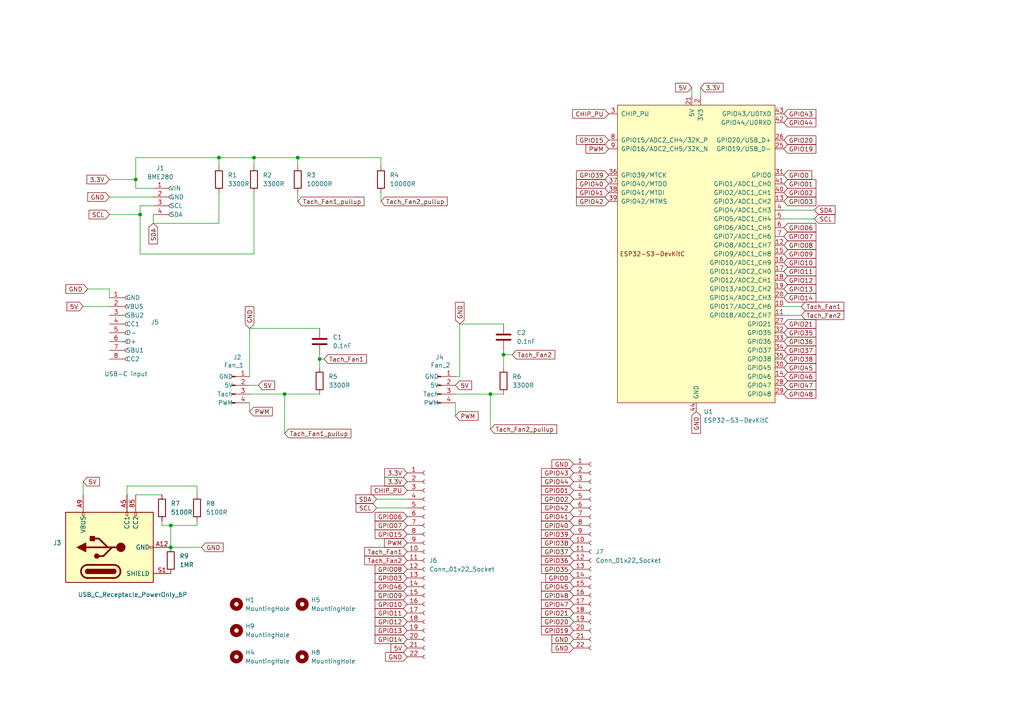
<source format=kicad_sch>
(kicad_sch (version 20250114) (generator "eeschema") (generator_version "9.0")
  (paper "A4")
  (lib_symbols
    (symbol "Connector:Conn_01x04_Pin" (pin_names (offset 1.016))
      (property "Reference" "J2" (at 0.635 7.62 0))
      (property "Value" "Fan_1" (at 0.635 5.08 0))
      (symbol "Conn_01x04_Pin_1_1"
        (rectangle (start 0.8636 2.667) (end 0 2.413) (stroke (width 0.1524)) (fill (type outline)))
        (rectangle (start 0.8636 0.127) (end 0 -0.127) (stroke (width 0.1524)) (fill (type outline)))
        (rectangle (start 0.8636 -2.413) (end 0 -2.667) (stroke (width 0.1524)) (fill (type outline)))
        (rectangle (start 0.8636 -4.953) (end 0 -5.207) (stroke (width 0.1524)) (fill (type outline)))
        (polyline (pts (xy 1.27 2.54) (xy 0.8636 2.54)) (stroke (width 0.1524)))
        (polyline (pts (xy 1.27 0) (xy 0.8636 0)) (stroke (width 0.1524)))
        (polyline (pts (xy 1.27 -2.54) (xy 0.8636 -2.54)) (stroke (width 0.1524)))
        (polyline (pts (xy 1.27 -5.08) (xy 0.8636 -5.08)) (stroke (width 0.1524)))
        (pin passive line (at 5.08 2.54 180) (length 3.81) (name "GND") (number "1"))
        (pin passive line (at 5.08 0 180) (length 3.81) (name "5V") (number "2"))
        (pin passive line (at 5.08 -2.54 180) (length 3.81) (name "Tach") (number "3"))
        (pin passive line (at 5.08 -5.08 180) (length 3.81) (name "PWM") (number "4"))
      )
    )
    (symbol "Connector:Conn_01x04_Socket" (pin_names (offset 1.016))
      (property "Reference" "J1" (at -3.048 8.382 0))
      (property "Value" "BME280" (at -3.048 5.842 0))
      (symbol "Conn_01x04_Socket_1_1"
        (polyline (pts (xy -1.27 2.54) (xy -0.508 2.54)) (stroke (width 0.1524)))
        (polyline (pts (xy -1.27 0) (xy -0.508 0)) (stroke (width 0.1524)))
        (polyline (pts (xy -1.27 -2.54) (xy -0.508 -2.54)) (stroke (width 0.1524)))
        (polyline (pts (xy -1.27 -5.08) (xy -0.508 -5.08)) (stroke (width 0.1524)))
        (arc (start 0 2.032) (mid -0.5058 2.54) (end 0 3.048) (stroke (width 0.1524)))
        (arc (start 0 -0.508) (mid -0.5058 0) (end 0 0.508) (stroke (width 0.1524)))
        (arc (start 0 -3.048) (mid -0.5058 -2.54) (end 0 -2.032) (stroke (width 0.1524)))
        (arc (start 0 -5.588) (mid -0.5058 -5.08) (end 0 -4.572) (stroke (width 0.1524)))
        (pin power_in line (at -5.08 2.54 0) (length 3.81) (name "VIN") (number "1"))
        (pin power_in line (at -5.08 0 0) (length 3.81) (name "GND") (number "2"))
        (pin passive line (at -5.08 -2.54 0) (length 3.81) (name "SCL") (number "3"))
        (pin passive line (at -5.08 -5.08 0) (length 3.81) (name "SDA") (number "4"))
      )
    )
    (symbol "Connector:Conn_01x08_Socket" (pin_names (offset 1.016))
      (property "Reference" "J3" (at 9.144 0.508 0))
      (property "Value" "USB-C input" (at 9.144 -2.032 0))
      (symbol "Conn_01x08_Socket_1_1"
        (polyline (pts (xy -1.27 7.62) (xy -0.508 7.62)) (stroke (width 0.1524)))
        (polyline (pts (xy -1.27 5.08) (xy -0.508 5.08)) (stroke (width 0.1524)))
        (polyline (pts (xy -1.27 2.54) (xy -0.508 2.54)) (stroke (width 0.1524)))
        (polyline (pts (xy -1.27 0) (xy -0.508 0)) (stroke (width 0.1524)))
        (polyline (pts (xy -1.27 -2.54) (xy -0.508 -2.54)) (stroke (width 0.1524)))
        (polyline (pts (xy -1.27 -5.08) (xy -0.508 -5.08)) (stroke (width 0.1524)))
        (polyline (pts (xy -1.27 -7.62) (xy -0.508 -7.62)) (stroke (width 0.1524)))
        (polyline (pts (xy -1.27 -10.16) (xy -0.508 -10.16)) (stroke (width 0.1524)))
        (arc (start 0 7.112) (mid -0.5058 7.62) (end 0 8.128) (stroke (width 0.1524)))
        (arc (start 0 4.572) (mid -0.5058 5.08) (end 0 5.588) (stroke (width 0.1524)))
        (arc (start 0 2.032) (mid -0.5058 2.54) (end 0 3.048) (stroke (width 0.1524)))
        (arc (start 0 -0.508) (mid -0.5058 0) (end 0 0.508) (stroke (width 0.1524)))
        (arc (start 0 -3.048) (mid -0.5058 -2.54) (end 0 -2.032) (stroke (width 0.1524)))
        (arc (start 0 -5.588) (mid -0.5058 -5.08) (end 0 -4.572) (stroke (width 0.1524)))
        (arc (start 0 -8.128) (mid -0.5058 -7.62) (end 0 -7.112) (stroke (width 0.1524)))
        (arc (start 0 -10.668) (mid -0.5058 -10.16) (end 0 -9.652) (stroke (width 0.1524)))
        (pin passive line (at -5.08 7.62 0) (length 3.81) (name "GND") (number "1"))
        (pin passive line (at -5.08 5.08 0) (length 3.81) (name "VBUS") (number "2"))
        (pin passive line (at -5.08 2.54 0) (length 3.81) (name "SBU2") (number "3"))
        (pin passive line (at -5.08 0 0) (length 3.81) (name "CC1") (number "4"))
        (pin passive line (at -5.08 -2.54 0) (length 3.81) (name "D-") (number "5"))
        (pin passive line (at -5.08 -5.08 0) (length 3.81) (name "D+") (number "6"))
        (pin passive line (at -5.08 -7.62 0) (length 3.81) (name "SBU1") (number "7"))
        (pin passive line (at -5.08 -10.16 0) (length 3.81) (name "CC2") (number "8"))
      )
    )
    (symbol "Connector:Conn_01x22_Socket" (pin_names (offset 1.016) (hide yes))
      (property "Reference" "J" (at 0 27.94 0))
      (property "Value" "Conn_01x22_Socket" (at 0 -30.48 0))
      (symbol "Conn_01x22_Socket_1_1"
        (polyline (pts (xy -1.27 25.4) (xy -0.508 25.4)) (stroke (width 0.1524)))
        (polyline (pts (xy -1.27 22.86) (xy -0.508 22.86)) (stroke (width 0.1524)))
        (polyline (pts (xy -1.27 20.32) (xy -0.508 20.32)) (stroke (width 0.1524)))
        (polyline (pts (xy -1.27 17.78) (xy -0.508 17.78)) (stroke (width 0.1524)))
        (polyline (pts (xy -1.27 15.24) (xy -0.508 15.24)) (stroke (width 0.1524)))
        (polyline (pts (xy -1.27 12.7) (xy -0.508 12.7)) (stroke (width 0.1524)))
        (polyline (pts (xy -1.27 10.16) (xy -0.508 10.16)) (stroke (width 0.1524)))
        (polyline (pts (xy -1.27 7.62) (xy -0.508 7.62)) (stroke (width 0.1524)))
        (polyline (pts (xy -1.27 5.08) (xy -0.508 5.08)) (stroke (width 0.1524)))
        (polyline (pts (xy -1.27 2.54) (xy -0.508 2.54)) (stroke (width 0.1524)))
        (polyline (pts (xy -1.27 0) (xy -0.508 0)) (stroke (width 0.1524)))
        (polyline (pts (xy -1.27 -2.54) (xy -0.508 -2.54)) (stroke (width 0.1524)))
        (polyline (pts (xy -1.27 -5.08) (xy -0.508 -5.08)) (stroke (width 0.1524)))
        (polyline (pts (xy -1.27 -7.62) (xy -0.508 -7.62)) (stroke (width 0.1524)))
        (polyline (pts (xy -1.27 -10.16) (xy -0.508 -10.16)) (stroke (width 0.1524)))
        (polyline (pts (xy -1.27 -12.7) (xy -0.508 -12.7)) (stroke (width 0.1524)))
        (polyline (pts (xy -1.27 -15.24) (xy -0.508 -15.24)) (stroke (width 0.1524)))
        (polyline (pts (xy -1.27 -17.78) (xy -0.508 -17.78)) (stroke (width 0.1524)))
        (polyline (pts (xy -1.27 -20.32) (xy -0.508 -20.32)) (stroke (width 0.1524)))
        (polyline (pts (xy -1.27 -22.86) (xy -0.508 -22.86)) (stroke (width 0.1524)))
        (polyline (pts (xy -1.27 -25.4) (xy -0.508 -25.4)) (stroke (width 0.1524)))
        (polyline (pts (xy -1.27 -27.94) (xy -0.508 -27.94)) (stroke (width 0.1524)))
        (arc (start 0 24.892) (mid -0.5058 25.4) (end 0 25.908) (stroke (width 0.1524)))
        (arc (start 0 22.352) (mid -0.5058 22.86) (end 0 23.368) (stroke (width 0.1524)))
        (arc (start 0 19.812) (mid -0.5058 20.32) (end 0 20.828) (stroke (width 0.1524)))
        (arc (start 0 17.272) (mid -0.5058 17.78) (end 0 18.288) (stroke (width 0.1524)))
        (arc (start 0 14.732) (mid -0.5058 15.24) (end 0 15.748) (stroke (width 0.1524)))
        (arc (start 0 12.192) (mid -0.5058 12.7) (end 0 13.208) (stroke (width 0.1524)))
        (arc (start 0 9.652) (mid -0.5058 10.16) (end 0 10.668) (stroke (width 0.1524)))
        (arc (start 0 7.112) (mid -0.5058 7.62) (end 0 8.128) (stroke (width 0.1524)))
        (arc (start 0 4.572) (mid -0.5058 5.08) (end 0 5.588) (stroke (width 0.1524)))
        (arc (start 0 2.032) (mid -0.5058 2.54) (end 0 3.048) (stroke (width 0.1524)))
        (arc (start 0 -0.508) (mid -0.5058 0) (end 0 0.508) (stroke (width 0.1524)))
        (arc (start 0 -3.048) (mid -0.5058 -2.54) (end 0 -2.032) (stroke (width 0.1524)))
        (arc (start 0 -5.588) (mid -0.5058 -5.08) (end 0 -4.572) (stroke (width 0.1524)))
        (arc (start 0 -8.128) (mid -0.5058 -7.62) (end 0 -7.112) (stroke (width 0.1524)))
        (arc (start 0 -10.668) (mid -0.5058 -10.16) (end 0 -9.652) (stroke (width 0.1524)))
        (arc (start 0 -13.208) (mid -0.5058 -12.7) (end 0 -12.192) (stroke (width 0.1524)))
        (arc (start 0 -15.748) (mid -0.5058 -15.24) (end 0 -14.732) (stroke (width 0.1524)))
        (arc (start 0 -18.288) (mid -0.5058 -17.78) (end 0 -17.272) (stroke (width 0.1524)))
        (arc (start 0 -20.828) (mid -0.5058 -20.32) (end 0 -19.812) (stroke (width 0.1524)))
        (arc (start 0 -23.368) (mid -0.5058 -22.86) (end 0 -22.352) (stroke (width 0.1524)))
        (arc (start 0 -25.908) (mid -0.5058 -25.4) (end 0 -24.892) (stroke (width 0.1524)))
        (arc (start 0 -28.448) (mid -0.5058 -27.94) (end 0 -27.432) (stroke (width 0.1524)))
        (pin passive line (at -5.08 25.4 0) (length 3.81) (name "Pin_1") (number "1"))
        (pin passive line (at -5.08 22.86 0) (length 3.81) (name "Pin_2") (number "2"))
        (pin passive line (at -5.08 20.32 0) (length 3.81) (name "Pin_3") (number "3"))
        (pin passive line (at -5.08 17.78 0) (length 3.81) (name "Pin_4") (number "4"))
        (pin passive line (at -5.08 15.24 0) (length 3.81) (name "Pin_5") (number "5"))
        (pin passive line (at -5.08 12.7 0) (length 3.81) (name "Pin_6") (number "6"))
        (pin passive line (at -5.08 10.16 0) (length 3.81) (name "Pin_7") (number "7"))
        (pin passive line (at -5.08 7.62 0) (length 3.81) (name "Pin_8") (number "8"))
        (pin passive line (at -5.08 5.08 0) (length 3.81) (name "Pin_9") (number "9"))
        (pin passive line (at -5.08 2.54 0) (length 3.81) (name "Pin_10") (number "10"))
        (pin passive line (at -5.08 0 0) (length 3.81) (name "Pin_11") (number "11"))
        (pin passive line (at -5.08 -2.54 0) (length 3.81) (name "Pin_12") (number "12"))
        (pin passive line (at -5.08 -5.08 0) (length 3.81) (name "Pin_13") (number "13"))
        (pin passive line (at -5.08 -7.62 0) (length 3.81) (name "Pin_14") (number "14"))
        (pin passive line (at -5.08 -10.16 0) (length 3.81) (name "Pin_15") (number "15"))
        (pin passive line (at -5.08 -12.7 0) (length 3.81) (name "Pin_16") (number "16"))
        (pin passive line (at -5.08 -15.24 0) (length 3.81) (name "Pin_17") (number "17"))
        (pin passive line (at -5.08 -17.78 0) (length 3.81) (name "Pin_18") (number "18"))
        (pin passive line (at -5.08 -20.32 0) (length 3.81) (name "Pin_19") (number "19"))
        (pin passive line (at -5.08 -22.86 0) (length 3.81) (name "Pin_20") (number "20"))
        (pin passive line (at -5.08 -25.4 0) (length 3.81) (name "Pin_21") (number "21"))
        (pin passive line (at -5.08 -27.94 0) (length 3.81) (name "Pin_22") (number "22"))
      )
    )
    (symbol "Connector:USB_C_Receptacle_PowerOnly_6P" (pin_names (offset 1.016))
      (property "Reference" "J" (at 0 16.51 0))
      (property "Value" "USB_C_Receptacle_PowerOnly_6P" (at 0 13.97 0))
      (symbol "USB_C_Receptacle_PowerOnly_6P_0_0"
        (rectangle (start -0.254 -12.7) (end 0.254 -11.684))
        (rectangle (start 10.16 7.874) (end 9.144 7.366))
        (rectangle (start 10.16 -4.826) (end 9.144 -5.334))
        (rectangle (start 10.16 -7.366) (end 9.144 -7.874))
      )
      (symbol "USB_C_Receptacle_PowerOnly_6P_0_1"
        (rectangle (start -10.16 12.7) (end 10.16 -12.7) (stroke (width 0.254)) (fill (type background)))
        (polyline (pts (xy -8.89 -1.27) (xy -8.89 6.35)) (stroke (width 0.508)))
        (rectangle (start -7.62 -1.27) (end -6.35 6.35) (stroke (width 0.254)) (fill (type outline)))
        (arc (start -7.62 6.35) (mid -6.985 6.9823) (end -6.35 6.35) (stroke (width 0.254)))
        (arc (start -7.62 6.35) (mid -6.985 6.9823) (end -6.35 6.35) (stroke (width 0.254)) (fill (type outline)))
        (arc (start -8.89 6.35) (mid -6.985 8.2467) (end -5.08 6.35) (stroke (width 0.508)))
        (arc (start -5.08 -1.27) (mid -6.985 -3.1667) (end -8.89 -1.27) (stroke (width 0.508)))
        (arc (start -6.35 -1.27) (mid -6.985 -1.9023) (end -7.62 -1.27) (stroke (width 0.254)))
        (arc (start -6.35 -1.27) (mid -6.985 -1.9023) (end -7.62 -1.27) (stroke (width 0.254)) (fill (type outline)))
        (polyline (pts (xy -5.08 6.35) (xy -5.08 -1.27)) (stroke (width 0.508)))
        (circle (center -2.54 3.683) (radius 0.635) (stroke (width 0.254)) (fill (type outline)))
        (polyline (pts (xy -1.27 6.858) (xy 0 9.398) (xy 1.27 6.858) (xy -1.27 6.858)) (stroke (width 0.254)) (fill (type outline)))
        (polyline (pts (xy 0 0.508) (xy 2.54 3.048) (xy 2.54 4.318)) (stroke (width 0.508)))
        (polyline (pts (xy 0 -0.762) (xy -2.54 1.778) (xy -2.54 3.048)) (stroke (width 0.508)))
        (polyline (pts (xy 0 -3.302) (xy 0 6.858)) (stroke (width 0.508)))
        (circle (center 0 -3.302) (radius 1.27) (fill (type outline)))
        (rectangle (start 1.905 4.318) (end 3.175 5.588) (stroke (width 0.254)) (fill (type outline)))
      )
      (symbol "USB_C_Receptacle_PowerOnly_6P_1_1"
        (pin passive line (at -7.62 -17.78 90) (length 5.08) (name "SHIELD") (number "S1"))
        (pin passive line (at 0 -17.78 90) (length 5.08) (name "GND") (number "A12"))
        (pin passive line (at 0 -17.78 90) (length 5.08) (hide yes) (name "GND") (number "B12"))
        (pin passive line (at 15.24 7.62 180) (length 5.08) (name "VBUS") (number "A9"))
        (pin passive line (at 15.24 7.62 180) (length 5.08) (hide yes) (name "VBUS") (number "B9"))
        (pin bidirectional line (at 15.24 -5.08 180) (length 5.08) (name "CC1") (number "A5"))
        (pin bidirectional line (at 15.24 -7.62 180) (length 5.08) (name "CC2") (number "B5"))
      )
    )
    (symbol "Device:C" (pin_numbers (hide yes)) (pin_names (offset 0.254))
      (property "Reference" "C" (at 0.635 2.54 0))
      (property "Value" "C" (at 0.635 -2.54 0))
      (symbol "C_0_1"
        (polyline (pts (xy -2.032 0.762) (xy 2.032 0.762)) (stroke (width 0.508)))
        (polyline (pts (xy -2.032 -0.762) (xy 2.032 -0.762)) (stroke (width 0.508)))
      )
      (symbol "C_1_1"
        (pin passive line (at 0 3.81 270) (length 2.794) (name "~") (number "1"))
        (pin passive line (at 0 -3.81 90) (length 2.794) (name "~") (number "2"))
      )
    )
    (symbol "Device:R" (pin_numbers (hide yes)) (pin_names (offset 0))
      (property "Reference" "R" (at 2.032 0 90))
      (property "Value" "R" (at 0 0 90))
      (symbol "R_0_1"
        (rectangle (start -1.016 -2.54) (end 1.016 2.54) (stroke (width 0.254)))
      )
      (symbol "R_1_1"
        (pin passive line (at 0 3.81 270) (length 1.27) (name "~") (number "1"))
        (pin passive line (at 0 -3.81 90) (length 1.27) (name "~") (number "2"))
      )
    )
    (symbol "Mechanical:MountingHole" (pin_names (offset 1.016)) (in_bom no)
      (property "Reference" "H" (at 0 5.08 0))
      (property "Value" "MountingHole" (at 0 3.175 0))
      (symbol "MountingHole_0_1"
        (circle (center 0 0) (radius 1.27) (stroke (width 1.27)))
      )
    )
    (symbol "PCM_Espressif:ESP32-S3-DevKitC" (pin_names (offset 1.016))
      (property "Reference" "U" (at -22.86 48.26 0))
      (property "Value" "ESP32-S3-DevKitC" (at -22.86 45.72 0))
      (symbol "ESP32-S3-DevKitC_0_0"
        (text "ESP32-S3-DevKitC" (at -12.7 0 0) (effects (font (size 1.27 1.27))))
        (pin bidirectional line (at -25.4 15.24 0) (length 2.54) (name "GPIO42/MTMS") (number "39"))
        (pin power_in line (at 0 -45.72 90) (length 2.54) (name "GND") (number "44"))
        (pin bidirectional line (at 25.4 40.64 180) (length 2.54) (name "GPIO43/U0TXD") (number "43"))
        (pin bidirectional line (at 25.4 38.1 180) (length 2.54) (name "GPIO44/U0RXD") (number "42"))
        (pin bidirectional line (at 25.4 20.32 180) (length 2.54) (name "GPIO1/ADC1_CH0") (number "41"))
        (pin bidirectional line (at 25.4 17.78 180) (length 2.54) (name "GPIO2/ADC1_CH1") (number "40"))
        (pin bidirectional line (at 25.4 -10.16 180) (length 2.54) (name "GPIO13/ADC2_CH2") (number "19"))
        (pin bidirectional line (at 25.4 -35.56 180) (length 2.54) (name "GPIO46") (number "14"))
      )
      (symbol "ESP32-S3-DevKitC_0_1"
        (rectangle (start -22.86 43.18) (end 22.86 -43.18) (fill (type background)))
        (pin power_in line (at 1.27 45.72 270) (length 2.54) (name "3V3") (number "2"))
      )
      (symbol "ESP32-S3-DevKitC_1_1"
        (pin input line (at -25.4 40.64 0) (length 2.54) (name "CHIP_PU") (number "3"))
        (pin bidirectional line (at -25.4 33.02 0) (length 2.54) (name "GPIO15/ADC2_CH4/32K_P") (number "8"))
        (pin bidirectional line (at -25.4 30.48 0) (length 2.54) (name "GPIO16/ADC2_CH5/32K_N") (number "9"))
        (pin bidirectional line (at -25.4 22.86 0) (length 2.54) (name "GPIO39/MTCK") (number "36"))
        (pin bidirectional line (at -25.4 20.32 0) (length 2.54) (name "GPIO40/MTDO") (number "37"))
        (pin bidirectional line (at -25.4 17.78 0) (length 2.54) (name "GPIO41/MTDI") (number "38"))
        (pin power_in line (at -1.27 45.72 270) (length 2.54) (name "5V") (number "21"))
        (pin passive line (at 0 -45.72 90) (length 2.54) (hide yes) (name "GND") (number "22"))
        (pin passive line (at 0 -45.72 90) (length 2.54) (hide yes) (name "GND") (number "23"))
        (pin passive line (at 0 -45.72 90) (length 2.54) (hide yes) (name "GND") (number "24"))
        (pin passive line (at 1.27 45.72 270) (length 2.54) (hide yes) (name "3V3") (number "1"))
        (pin bidirectional line (at 25.4 33.02 180) (length 2.54) (name "GPIO20/USB_D+") (number "26"))
        (pin bidirectional line (at 25.4 30.48 180) (length 2.54) (name "GPIO19/USB_D-") (number "25"))
        (pin bidirectional line (at 25.4 22.86 180) (length 2.54) (name "GPIO0") (number "31"))
        (pin bidirectional line (at 25.4 15.24 180) (length 2.54) (name "GPIO3/ADC1_CH2") (number "13"))
        (pin bidirectional line (at 25.4 12.7 180) (length 2.54) (name "GPIO4/ADC1_CH3") (number "4"))
        (pin bidirectional line (at 25.4 10.16 180) (length 2.54) (name "GPIO5/ADC1_CH4") (number "5"))
        (pin bidirectional line (at 25.4 7.62 180) (length 2.54) (name "GPIO6/ADC1_CH5") (number "6"))
        (pin bidirectional line (at 25.4 5.08 180) (length 2.54) (name "GPIO7/ADC1_CH6") (number "7"))
        (pin bidirectional line (at 25.4 2.54 180) (length 2.54) (name "GPIO8/ADC1_CH7") (number "12"))
        (pin bidirectional line (at 25.4 0 180) (length 2.54) (name "GPIO9/ADC1_CH8") (number "15"))
        (pin bidirectional line (at 25.4 -2.54 180) (length 2.54) (name "GPIO10/ADC1_CH9") (number "16"))
        (pin bidirectional line (at 25.4 -5.08 180) (length 2.54) (name "GPIO11/ADC2_CH0") (number "17"))
        (pin bidirectional line (at 25.4 -7.62 180) (length 2.54) (name "GPIO12/ADC2_CH1") (number "18"))
        (pin bidirectional line (at 25.4 -12.7 180) (length 2.54) (name "GPIO14/ADC2_CH3") (number "20"))
        (pin bidirectional line (at 25.4 -15.24 180) (length 2.54) (name "GPIO17/ADC2_CH6") (number "10"))
        (pin bidirectional line (at 25.4 -17.78 180) (length 2.54) (name "GPIO18/ADC2_CH7") (number "11"))
        (pin bidirectional line (at 25.4 -20.32 180) (length 2.54) (name "GPIO21") (number "27"))
        (pin bidirectional line (at 25.4 -22.86 180) (length 2.54) (name "GPIO35") (number "32"))
        (pin bidirectional line (at 25.4 -25.4 180) (length 2.54) (name "GPIO36") (number "33"))
        (pin bidirectional line (at 25.4 -27.94 180) (length 2.54) (name "GPIO37") (number "34"))
        (pin bidirectional line (at 25.4 -30.48 180) (length 2.54) (name "GPIO38") (number "35"))
        (pin bidirectional line (at 25.4 -33.02 180) (length 2.54) (name "GPIO45") (number "30"))
        (pin bidirectional line (at 25.4 -38.1 180) (length 2.54) (name "GPIO47") (number "28"))
        (pin bidirectional line (at 25.4 -40.64 180) (length 2.54) (name "GPIO48") (number "29"))
      )
    )
  )
  (junction (at 142.24 114.3))
  (junction (at 39.37 52.07))
  (junction (at 82.55 114.3))
  (junction (at 86.36 45.72))
  (junction (at 63.5 45.72))
  (junction (at 146.05 102.87))
  (junction (at 73.66 45.72))
  (junction (at 92.71 104.14))
  (junction (at 49.53 152.4))
  (junction (at 40.64 62.23))
  (junction (at 49.53 158.75))
  (wire (pts (xy 132.08 116.84) (xy 132.08 120.65)))
  (wire (pts (xy 118.11 147.32) (xy 109.22 147.32)))
  (wire (pts (xy 227.33 60.96) (xy 236.22 60.96)))
  (wire (pts (xy 146.05 102.87) (xy 146.05 106.68)))
  (wire (pts (xy 63.5 55.88) (xy 63.5 64.77)))
  (wire (pts (xy 44.45 59.69) (xy 40.64 59.69)))
  (wire (pts (xy 200.66 25.4) (xy 200.66 27.94)))
  (wire (pts (xy 72.39 116.84) (xy 72.39 119.38)))
  (wire (pts (xy 227.33 91.44) (xy 232.41 91.44)))
  (wire (pts (xy 72.39 114.3) (xy 82.55 114.3)))
  (wire (pts (xy 49.53 158.75) (xy 58.42 158.75)))
  (wire (pts (xy 148.59 102.87) (xy 146.05 102.87)))
  (wire (pts (xy 146.05 101.6) (xy 146.05 102.87)))
  (wire (pts (xy 44.45 54.61) (xy 39.37 54.61)))
  (wire (pts (xy 227.33 63.5) (xy 236.22 63.5)))
  (wire (pts (xy 57.15 151.13) (xy 57.15 152.4)))
  (wire (pts (xy 31.75 83.82) (xy 31.75 86.36)))
  (wire (pts (xy 133.35 109.22) (xy 132.08 109.22)))
  (wire (pts (xy 39.37 45.72) (xy 39.37 52.07)))
  (wire (pts (xy 86.36 45.72) (xy 86.36 48.26)))
  (wire (pts (xy 82.55 114.3) (xy 82.55 125.73)))
  (wire (pts (xy 92.71 102.87) (xy 92.71 104.14)))
  (wire (pts (xy 31.75 57.15) (xy 44.45 57.15)))
  (wire (pts (xy 57.15 140.97) (xy 57.15 143.51)))
  (wire (pts (xy 36.83 143.51) (xy 36.83 140.97)))
  (wire (pts (xy 132.08 114.3) (xy 142.24 114.3)))
  (wire (pts (xy 110.49 45.72) (xy 110.49 48.26)))
  (wire (pts (xy 39.37 45.72) (xy 63.5 45.72)))
  (wire (pts (xy 227.33 88.9) (xy 232.41 88.9)))
  (wire (pts (xy 31.75 62.23) (xy 40.64 62.23)))
  (wire (pts (xy 63.5 45.72) (xy 63.5 48.26)))
  (wire (pts (xy 49.53 152.4) (xy 49.53 158.75)))
  (wire (pts (xy 24.13 139.7) (xy 24.13 143.51)))
  (wire (pts (xy 93.98 104.14) (xy 92.71 104.14)))
  (wire (pts (xy 203.2 25.4) (xy 203.2 27.94)))
  (wire (pts (xy 44.45 62.23) (xy 44.45 64.77)))
  (wire (pts (xy 72.39 95.25) (xy 72.39 109.22)))
  (wire (pts (xy 40.64 62.23) (xy 40.64 73.66)))
  (wire (pts (xy 40.64 73.66) (xy 73.66 73.66)))
  (wire (pts (xy 63.5 45.72) (xy 73.66 45.72)))
  (wire (pts (xy 73.66 45.72) (xy 73.66 48.26)))
  (wire (pts (xy 118.11 144.78) (xy 109.22 144.78)))
  (wire (pts (xy 36.83 140.97) (xy 57.15 140.97)))
  (wire (pts (xy 86.36 55.88) (xy 86.36 58.42)))
  (wire (pts (xy 92.71 104.14) (xy 92.71 106.68)))
  (wire (pts (xy 72.39 111.76) (xy 74.93 111.76)))
  (wire (pts (xy 25.4 83.82) (xy 31.75 83.82)))
  (wire (pts (xy 86.36 45.72) (xy 110.49 45.72)))
  (wire (pts (xy 133.35 93.98) (xy 133.35 109.22)))
  (wire (pts (xy 142.24 114.3) (xy 142.24 124.46)))
  (wire (pts (xy 82.55 114.3) (xy 92.71 114.3)))
  (wire (pts (xy 24.13 88.9) (xy 31.75 88.9)))
  (wire (pts (xy 39.37 143.51) (xy 46.99 143.51)))
  (wire (pts (xy 46.99 151.13) (xy 46.99 152.4)))
  (wire (pts (xy 92.71 95.25) (xy 72.39 95.25)))
  (wire (pts (xy 73.66 45.72) (xy 86.36 45.72)))
  (wire (pts (xy 46.99 152.4) (xy 49.53 152.4)))
  (wire (pts (xy 73.66 55.88) (xy 73.66 73.66)))
  (wire (pts (xy 40.64 59.69) (xy 40.64 62.23)))
  (wire (pts (xy 110.49 55.88) (xy 110.49 58.42)))
  (wire (pts (xy 146.05 93.98) (xy 133.35 93.98)))
  (wire (pts (xy 39.37 52.07) (xy 39.37 54.61)))
  (wire (pts (xy 49.53 152.4) (xy 57.15 152.4)))
  (wire (pts (xy 142.24 114.3) (xy 146.05 114.3)))
  (wire (pts (xy 31.75 52.07) (xy 39.37 52.07)))
  (wire (pts (xy 44.45 64.77) (xy 63.5 64.77)))
  (global_label "5V" (shape input) (at 118.11 187.96 180) (property "Intersheetrefs" "${INTERSHEET_REFS}" (effects (hide yes))))
  (global_label "GPIO19" (shape input) (at 166.37 182.88 180) (property "Intersheetrefs" "${INTERSHEET_REFS}" (effects (hide yes))))
  (global_label "Tach_Fan2_pullup" (shape input) (at 110.49 58.42 0) (property "Intersheetrefs" "${INTERSHEET_REFS}" (effects (hide yes))))
  (global_label "GPIO02" (shape input) (at 166.37 144.78 180) (property "Intersheetrefs" "${INTERSHEET_REFS}" (effects (hide yes))))
  (global_label "GPIO07" (shape input) (at 118.11 152.4 180) (property "Intersheetrefs" "${INTERSHEET_REFS}" (effects (hide yes))))
  (global_label "5V" (shape input) (at 200.66 25.4 180) (property "Intersheetrefs" "${INTERSHEET_REFS}" (effects (hide yes))))
  (global_label "GPIO0" (shape input) (at 227.33 50.8 0) (property "Intersheetrefs" "${INTERSHEET_REFS}" (effects (hide yes))))
  (global_label "GPIO10" (shape input) (at 118.11 175.26 180) (property "Intersheetrefs" "${INTERSHEET_REFS}" (effects (hide yes))))
  (global_label "GPIO45" (shape input) (at 166.37 170.18 180) (property "Intersheetrefs" "${INTERSHEET_REFS}" (effects (hide yes))))
  (global_label "3.3V" (shape input) (at 118.11 139.7 180) (property "Intersheetrefs" "${INTERSHEET_REFS}" (effects (hide yes))))
  (global_label "GPIO08" (shape input) (at 118.11 165.1 180) (property "Intersheetrefs" "${INTERSHEET_REFS}" (effects (hide yes))))
  (global_label "GPIO37" (shape input) (at 227.33 101.6 0) (property "Intersheetrefs" "${INTERSHEET_REFS}" (effects (hide yes))))
  (global_label "GPIO36" (shape input) (at 166.37 162.56 180) (property "Intersheetrefs" "${INTERSHEET_REFS}" (effects (hide yes))))
  (global_label "GPIO48" (shape input) (at 227.33 114.3 0) (property "Intersheetrefs" "${INTERSHEET_REFS}" (effects (hide yes))))
  (global_label "GPIO42" (shape input) (at 166.37 147.32 180) (property "Intersheetrefs" "${INTERSHEET_REFS}" (effects (hide yes))))
  (global_label "GND" (shape input) (at 133.35 93.98 90) (property "Intersheetrefs" "${INTERSHEET_REFS}" (effects (hide yes))))
  (global_label "GPIO43" (shape input) (at 227.33 33.02 0) (property "Intersheetrefs" "${INTERSHEET_REFS}" (effects (hide yes))))
  (global_label "GPIO06" (shape input) (at 118.11 149.86 180) (property "Intersheetrefs" "${INTERSHEET_REFS}" (effects (hide yes))))
  (global_label "GPIO36" (shape input) (at 227.33 99.06 0) (property "Intersheetrefs" "${INTERSHEET_REFS}" (effects (hide yes))))
  (global_label "GPIO10" (shape input) (at 227.33 76.2 0) (property "Intersheetrefs" "${INTERSHEET_REFS}" (effects (hide yes))))
  (global_label "GND" (shape input) (at 201.93 119.38 270) (property "Intersheetrefs" "${INTERSHEET_REFS}" (effects (hide yes))))
  (global_label "GPIO11" (shape input) (at 227.33 78.74 0) (property "Intersheetrefs" "${INTERSHEET_REFS}" (effects (hide yes))))
  (global_label "GND" (shape input) (at 166.37 134.62 180) (property "Intersheetrefs" "${INTERSHEET_REFS}" (effects (hide yes))))
  (global_label "GPIO35" (shape input) (at 227.33 96.52 0) (property "Intersheetrefs" "${INTERSHEET_REFS}" (effects (hide yes))))
  (global_label "Tach_Fan2" (shape input) (at 148.59 102.87 0) (property "Intersheetrefs" "${INTERSHEET_REFS}" (effects (hide yes))))
  (global_label "GPIO12" (shape input) (at 227.33 81.28 0) (property "Intersheetrefs" "${INTERSHEET_REFS}" (effects (hide yes))))
  (global_label "SCL" (shape input) (at 31.75 62.23 180) (property "Intersheetrefs" "${INTERSHEET_REFS}" (effects (hide yes))))
  (global_label "GPIO02" (shape input) (at 227.33 55.88 0) (property "Intersheetrefs" "${INTERSHEET_REFS}" (effects (hide yes))))
  (global_label "3.3V" (shape input) (at 118.11 137.16 180) (property "Intersheetrefs" "${INTERSHEET_REFS}" (effects (hide yes))))
  (global_label "GPIO13" (shape input) (at 227.33 83.82 0) (property "Intersheetrefs" "${INTERSHEET_REFS}" (effects (hide yes))))
  (global_label "SCL" (shape input) (at 109.22 147.32 180) (property "Intersheetrefs" "${INTERSHEET_REFS}" (effects (hide yes))))
  (global_label "GPIO39" (shape input) (at 166.37 154.94 180) (property "Intersheetrefs" "${INTERSHEET_REFS}" (effects (hide yes))))
  (global_label "5V" (shape input) (at 132.08 111.76 0) (property "Intersheetrefs" "${INTERSHEET_REFS}" (effects (hide yes))))
  (global_label "Tach_Fan2_pullup" (shape input) (at 142.24 124.46 0) (property "Intersheetrefs" "${INTERSHEET_REFS}" (effects (hide yes))))
  (global_label "PWM" (shape input) (at 132.08 120.65 0) (property "Intersheetrefs" "${INTERSHEET_REFS}" (effects (hide yes))))
  (global_label "GPIO01" (shape input) (at 227.33 53.34 0) (property "Intersheetrefs" "${INTERSHEET_REFS}" (effects (hide yes))))
  (global_label "GPIO42" (shape input) (at 176.53 58.42 180) (property "Intersheetrefs" "${INTERSHEET_REFS}" (effects (hide yes))))
  (global_label "GPIO41" (shape input) (at 166.37 149.86 180) (property "Intersheetrefs" "${INTERSHEET_REFS}" (effects (hide yes))))
  (global_label "GPIO44" (shape input) (at 166.37 139.7 180) (property "Intersheetrefs" "${INTERSHEET_REFS}" (effects (hide yes))))
  (global_label "Tach_Fan2" (shape input) (at 118.11 162.56 180) (property "Intersheetrefs" "${INTERSHEET_REFS}" (effects (hide yes))))
  (global_label "GPIO21" (shape input) (at 166.37 177.8 180) (property "Intersheetrefs" "${INTERSHEET_REFS}" (effects (hide yes))))
  (global_label "GPIO08" (shape input) (at 227.33 71.12 0) (property "Intersheetrefs" "${INTERSHEET_REFS}" (effects (hide yes))))
  (global_label "Tach_Fan1" (shape input) (at 232.41 88.9 0) (property "Intersheetrefs" "${INTERSHEET_REFS}" (effects (hide yes))))
  (global_label "GND" (shape input) (at 166.37 185.42 180) (property "Intersheetrefs" "${INTERSHEET_REFS}" (effects (hide yes))))
  (global_label "GND" (shape input) (at 31.75 57.15 180) (property "Intersheetrefs" "${INTERSHEET_REFS}" (effects (hide yes))))
  (global_label "GPIO37" (shape input) (at 166.37 160.02 180) (property "Intersheetrefs" "${INTERSHEET_REFS}" (effects (hide yes))))
  (global_label "GND" (shape input) (at 72.39 95.25 90) (property "Intersheetrefs" "${INTERSHEET_REFS}" (effects (hide yes))))
  (global_label "GPIO38" (shape input) (at 227.33 104.14 0) (property "Intersheetrefs" "${INTERSHEET_REFS}" (effects (hide yes))))
  (global_label "GPIO39" (shape input) (at 176.53 50.8 180) (property "Intersheetrefs" "${INTERSHEET_REFS}" (effects (hide yes))))
  (global_label "GPIO11" (shape input) (at 118.11 177.8 180) (property "Intersheetrefs" "${INTERSHEET_REFS}" (effects (hide yes))))
  (global_label "GPIO12" (shape input) (at 118.11 180.34 180) (property "Intersheetrefs" "${INTERSHEET_REFS}" (effects (hide yes))))
  (global_label "GPIO15" (shape input) (at 176.53 40.64 180) (property "Intersheetrefs" "${INTERSHEET_REFS}" (effects (hide yes))))
  (global_label "GND" (shape input) (at 58.42 158.75 0) (property "Intersheetrefs" "${INTERSHEET_REFS}" (effects (hide yes))))
  (global_label "Tach_Fan1" (shape input) (at 93.98 104.14 0) (property "Intersheetrefs" "${INTERSHEET_REFS}" (effects (hide yes))))
  (global_label "GPIO20" (shape input) (at 227.33 40.64 0) (property "Intersheetrefs" "${INTERSHEET_REFS}" (effects (hide yes))))
  (global_label "GPIO14" (shape input) (at 227.33 86.36 0) (property "Intersheetrefs" "${INTERSHEET_REFS}" (effects (hide yes))))
  (global_label "GPIO07" (shape input) (at 227.33 68.58 0) (property "Intersheetrefs" "${INTERSHEET_REFS}" (effects (hide yes))))
  (global_label "GPIO03" (shape input) (at 118.11 167.64 180) (property "Intersheetrefs" "${INTERSHEET_REFS}" (effects (hide yes))))
  (global_label "GPIO40" (shape input) (at 176.53 53.34 180) (property "Intersheetrefs" "${INTERSHEET_REFS}" (effects (hide yes))))
  (global_label "PWM" (shape input) (at 176.53 43.18 180) (property "Intersheetrefs" "${INTERSHEET_REFS}" (effects (hide yes))))
  (global_label "GPIO0" (shape input) (at 166.37 167.64 180) (property "Intersheetrefs" "${INTERSHEET_REFS}" (effects (hide yes))))
  (global_label "GPIO40" (shape input) (at 166.37 152.4 180) (property "Intersheetrefs" "${INTERSHEET_REFS}" (effects (hide yes))))
  (global_label "GPIO43" (shape input) (at 166.37 137.16 180) (property "Intersheetrefs" "${INTERSHEET_REFS}" (effects (hide yes))))
  (global_label "Tach_Fan2" (shape input) (at 232.41 91.44 0) (property "Intersheetrefs" "${INTERSHEET_REFS}" (effects (hide yes))))
  (global_label "GPIO03" (shape input) (at 227.33 58.42 0) (property "Intersheetrefs" "${INTERSHEET_REFS}" (effects (hide yes))))
  (global_label "GPIO44" (shape input) (at 227.33 35.56 0) (property "Intersheetrefs" "${INTERSHEET_REFS}" (effects (hide yes))))
  (global_label "GPIO47" (shape input) (at 227.33 111.76 0) (property "Intersheetrefs" "${INTERSHEET_REFS}" (effects (hide yes))))
  (global_label "PWM" (shape input) (at 72.39 119.38 0) (property "Intersheetrefs" "${INTERSHEET_REFS}" (effects (hide yes))))
  (global_label "5V" (shape input) (at 24.13 139.7 0) (property "Intersheetrefs" "${INTERSHEET_REFS}" (effects (hide yes))))
  (global_label "Tach_Fan1_pullup" (shape input) (at 86.36 58.42 0) (property "Intersheetrefs" "${INTERSHEET_REFS}" (effects (hide yes))))
  (global_label "3.3V" (shape input) (at 31.75 52.07 180) (property "Intersheetrefs" "${INTERSHEET_REFS}" (effects (hide yes))))
  (global_label "5V" (shape input) (at 24.13 88.9 180) (property "Intersheetrefs" "${INTERSHEET_REFS}" (effects (hide yes))))
  (global_label "SCL" (shape input) (at 236.22 63.5 0) (property "Intersheetrefs" "${INTERSHEET_REFS}" (effects (hide yes))))
  (global_label "GPIO35" (shape input) (at 166.37 165.1 180) (property "Intersheetrefs" "${INTERSHEET_REFS}" (effects (hide yes))))
  (global_label "CHIP_PU" (shape input) (at 176.53 33.02 180) (property "Intersheetrefs" "${INTERSHEET_REFS}" (effects (hide yes))))
  (global_label "GPIO01" (shape input) (at 166.37 142.24 180) (property "Intersheetrefs" "${INTERSHEET_REFS}" (effects (hide yes))))
  (global_label "GND" (shape input) (at 118.11 190.5 180) (property "Intersheetrefs" "${INTERSHEET_REFS}" (effects (hide yes))))
  (global_label "GPIO09" (shape input) (at 118.11 172.72 180) (property "Intersheetrefs" "${INTERSHEET_REFS}" (effects (hide yes))))
  (global_label "SDA" (shape input) (at 236.22 60.96 0) (property "Intersheetrefs" "${INTERSHEET_REFS}" (effects (hide yes))))
  (global_label "SDA" (shape input) (at 44.45 64.77 270) (property "Intersheetrefs" "${INTERSHEET_REFS}" (effects (hide yes))))
  (global_label "GPIO41" (shape input) (at 176.53 55.88 180) (property "Intersheetrefs" "${INTERSHEET_REFS}" (effects (hide yes))))
  (global_label "GPIO14" (shape input) (at 118.11 185.42 180) (property "Intersheetrefs" "${INTERSHEET_REFS}" (effects (hide yes))))
  (global_label "GND" (shape input) (at 166.37 187.96 180) (property "Intersheetrefs" "${INTERSHEET_REFS}" (effects (hide yes))))
  (global_label "5V" (shape input) (at 74.93 111.76 0) (property "Intersheetrefs" "${INTERSHEET_REFS}" (effects (hide yes))))
  (global_label "Tach_Fan1_pullup" (shape input) (at 82.55 125.73 0) (property "Intersheetrefs" "${INTERSHEET_REFS}" (effects (hide yes))))
  (global_label "GPIO48" (shape input) (at 166.37 172.72 180) (property "Intersheetrefs" "${INTERSHEET_REFS}" (effects (hide yes))))
  (global_label "GPIO19" (shape input) (at 227.33 43.18 0) (property "Intersheetrefs" "${INTERSHEET_REFS}" (effects (hide yes))))
  (global_label "3.3V" (shape input) (at 203.2 25.4 0) (property "Intersheetrefs" "${INTERSHEET_REFS}" (effects (hide yes))))
  (global_label "PWM" (shape input) (at 118.11 157.48 180) (property "Intersheetrefs" "${INTERSHEET_REFS}" (effects (hide yes))))
  (global_label "GPIO47" (shape input) (at 166.37 175.26 180) (property "Intersheetrefs" "${INTERSHEET_REFS}" (effects (hide yes))))
  (global_label "GPIO46" (shape input) (at 227.33 109.22 0) (property "Intersheetrefs" "${INTERSHEET_REFS}" (effects (hide yes))))
  (global_label "GPIO38" (shape input) (at 166.37 157.48 180) (property "Intersheetrefs" "${INTERSHEET_REFS}" (effects (hide yes))))
  (global_label "GPIO15" (shape input) (at 118.11 154.94 180) (property "Intersheetrefs" "${INTERSHEET_REFS}" (effects (hide yes))))
  (global_label "GPIO45" (shape input) (at 227.33 106.68 0) (property "Intersheetrefs" "${INTERSHEET_REFS}" (effects (hide yes))))
  (global_label "Tach_Fan1" (shape input) (at 118.11 160.02 180) (property "Intersheetrefs" "${INTERSHEET_REFS}" (effects (hide yes))))
  (global_label "GND" (shape input) (at 25.4 83.82 180) (property "Intersheetrefs" "${INTERSHEET_REFS}" (effects (hide yes))))
  (global_label "CHIP_PU" (shape input) (at 118.11 142.24 180) (property "Intersheetrefs" "${INTERSHEET_REFS}" (effects (hide yes))))
  (global_label "GPIO09" (shape input) (at 227.33 73.66 0) (property "Intersheetrefs" "${INTERSHEET_REFS}" (effects (hide yes))))
  (global_label "GPIO06" (shape input) (at 227.33 66.04 0) (property "Intersheetrefs" "${INTERSHEET_REFS}" (effects (hide yes))))
  (global_label "GPIO46" (shape input) (at 118.11 170.18 180) (property "Intersheetrefs" "${INTERSHEET_REFS}" (effects (hide yes))))
  (global_label "GPIO21" (shape input) (at 227.33 93.98 0) (property "Intersheetrefs" "${INTERSHEET_REFS}" (effects (hide yes))))
  (global_label "GPIO13" (shape input) (at 118.11 182.88 180) (property "Intersheetrefs" "${INTERSHEET_REFS}" (effects (hide yes))))
  (global_label "GPIO20" (shape input) (at 166.37 180.34 180) (property "Intersheetrefs" "${INTERSHEET_REFS}" (effects (hide yes))))
  (global_label "SDA" (shape input) (at 109.22 144.78 180) (property "Intersheetrefs" "${INTERSHEET_REFS}" (effects (hide yes))))
  (symbol (lib_id "Connector:Conn_01x08_Socket") (at 36.83 93.98 0) (unit 1)
    (property "Reference" "J5" (at 43.688 93.472 0) (effects (justify left)))
    (property "Value" "USB-C input" (at 30.226 108.458 0) (effects (justify left)))
    (property "Footprint" "Connector_PinSocket_2.54mm:PinSocket_1x08_P2.54mm_Vertical" (effects (hide yes)))
    (property "Description" "Generic connector, single row, 01x08, script generated" (effects (hide yes)))
  )
  (symbol (lib_id "Device:R") (at 146.05 110.49 0) (unit 1)
    (property "Reference" "R6" (at 148.59 109.2199 0) (effects (justify left)))
    (property "Value" "3300R" (at 148.59 111.7599 0) (effects (justify left)))
    (property "Footprint" "Resistor_SMD:R_1206_3216Metric_Pad1.30x1.75mm_HandSolder" (effects (hide yes)))
    (property "Description" "Resistor" (effects (hide yes)))
  )
  (symbol (lib_id "Connector:Conn_01x04_Pin") (at 127 111.76 0) (unit 1)
    (property "Reference" "J4" (at 127.508 103.632 0))
    (property "Value" "Fan_2" (at 127.762 105.918 0))
    (property "Footprint" "Connector:FanPinHeader_1x04_P2.54mm_Vertical" (effects (hide yes)))
    (property "Description" "Generic connector, single row, 01x04, script generated" (effects (hide yes)))
  )
  (symbol (lib_id "Device:C") (at 92.71 99.06 0) (unit 1)
    (property "Reference" "C1" (at 96.52 97.7899 0) (effects (justify left)))
    (property "Value" "0.1nF" (at 96.52 100.3299 0) (effects (justify left)))
    (property "Footprint" "Capacitor_SMD:C_1210_3225Metric_Pad1.33x2.70mm_HandSolder" (effects (hide yes)))
    (property "Description" "Unpolarized capacitor" (effects (hide yes)))
  )
  (symbol (lib_id "Device:R") (at 46.99 147.32 0) (unit 1)
    (property "Reference" "R7" (at 49.53 146.0499 0) (effects (justify left)))
    (property "Value" "5100R" (at 49.53 148.5899 0) (effects (justify left)))
    (property "Footprint" "Resistor_SMD:R_1206_3216Metric_Pad1.30x1.75mm_HandSolder" (effects (hide yes)))
    (property "Description" "Resistor" (effects (hide yes)))
  )
  (symbol (lib_id "Mechanical:MountingHole") (at 87.63 190.5 0) (unit 1) (in_bom no)
    (property "Reference" "H8" (at 90.17 189.2299 0) (effects (justify left)))
    (property "Value" "MountingHole" (at 90.17 191.7699 0) (effects (justify left)))
    (property "Footprint" "MountingHole:MountingHole_3.2mm_M3_DIN965_Pad" (effects (hide yes)))
    (property "Description" "Mounting Hole without connection" (effects (hide yes)))
  )
  (symbol (lib_id "Mechanical:MountingHole") (at 68.58 190.5 0) (unit 1) (in_bom no)
    (property "Reference" "H4" (at 71.12 189.2299 0) (effects (justify left)))
    (property "Value" "MountingHole" (at 71.12 191.7699 0) (effects (justify left)))
    (property "Footprint" "MountingHole:MountingHole_3.2mm_M3_DIN965_Pad" (effects (hide yes)))
    (property "Description" "Mounting Hole without connection" (effects (hide yes)))
  )
  (symbol (lib_id "Device:R") (at 110.49 52.07 0) (unit 1)
    (property "Reference" "R4" (at 113.03 50.7999 0) (effects (justify left)))
    (property "Value" "10000R" (at 113.03 53.3399 0) (effects (justify left)))
    (property "Footprint" "Resistor_SMD:R_1206_3216Metric_Pad1.30x1.75mm_HandSolder" (effects (hide yes)))
    (property "Description" "Resistor" (effects (hide yes)))
  )
  (symbol (lib_id "Device:R") (at 57.15 147.32 0) (unit 1)
    (property "Reference" "R8" (at 59.69 146.0499 0) (effects (justify left)))
    (property "Value" "5100R" (at 59.69 148.5899 0) (effects (justify left)))
    (property "Footprint" "Resistor_SMD:R_1206_3216Metric_Pad1.30x1.75mm_HandSolder" (effects (hide yes)))
    (property "Description" "Resistor" (effects (hide yes)))
  )
  (symbol (lib_id "Device:R") (at 63.5 52.07 0) (unit 1)
    (property "Reference" "R1" (at 66.04 50.7999 0) (effects (justify left)))
    (property "Value" "3300R" (at 66.04 53.3399 0) (effects (justify left)))
    (property "Footprint" "Resistor_SMD:R_1206_3216Metric_Pad1.30x1.75mm_HandSolder" (effects (hide yes)))
    (property "Description" "Resistor" (effects (hide yes)))
  )
  (symbol (lib_id "Connector:USB_C_Receptacle_PowerOnly_6P") (at 31.75 158.75 90) (unit 1)
    (property "Reference" "J3" (at 17.78 157.4799 90) (effects (justify left)))
    (property "Value" "USB_C_Receptacle_PowerOnly_6P" (at 54.356 172.466 90) (effects (justify left)))
    (property "Footprint" "Connector_USB:USB_C_Receptacle_GCT_USB4125-xx-x_6P_TopMnt_Horizontal" (effects (hide yes)))
    (property "Datasheet" "https://www.usb.org/sites/default/files/documents/usb_type-c.zip" (effects (hide yes)))
    (property "Description" "USB Power-Only 6P Type-C Receptacle connector" (effects (hide yes)))
  )
  (symbol (lib_id "Device:R") (at 86.36 52.07 0) (unit 1)
    (property "Reference" "R3" (at 88.9 50.7999 0) (effects (justify left)))
    (property "Value" "10000R" (at 88.9 53.3399 0) (effects (justify left)))
    (property "Footprint" "Resistor_SMD:R_1206_3216Metric_Pad1.30x1.75mm_HandSolder" (effects (hide yes)))
    (property "Description" "Resistor" (effects (hide yes)))
  )
  (symbol (lib_id "Connector:Conn_01x04_Socket") (at 49.53 57.15 0) (unit 1)
    (property "Reference" "J1" (at 46.482 48.768 0))
    (property "Value" "BME280" (at 46.482 51.308 0))
    (property "Footprint" "Connector_PinSocket_2.54mm:PinSocket_1x04_P2.54mm_Vertical" (effects (hide yes)))
    (property "Description" "Generic connector, single row, 01x04, script generated" (effects (hide yes)))
  )
  (symbol (lib_id "Mechanical:MountingHole") (at 68.58 175.26 0) (unit 1) (in_bom no)
    (property "Reference" "H1" (at 71.12 173.9899 0) (effects (justify left)))
    (property "Value" "MountingHole" (at 71.12 176.5299 0) (effects (justify left)))
    (property "Footprint" "MountingHole:MountingHole_3.2mm_M3_DIN965_Pad" (effects (hide yes)))
    (property "Description" "Mounting Hole without connection" (effects (hide yes)))
  )
  (symbol (lib_id "Connector:Conn_01x04_Pin") (at 67.31 111.76 0) (unit 1)
    (property "Reference" "J2" (at 68.834 103.632 0))
    (property "Value" "Fan_1" (at 67.818 105.918 0))
    (property "Footprint" "Connector:FanPinHeader_1x04_P2.54mm_Vertical" (effects (hide yes)))
    (property "Description" "Generic connector, single row, 01x04, script generated" (effects (hide yes)))
  )
  (symbol (lib_id "Device:R") (at 92.71 110.49 0) (unit 1)
    (property "Reference" "R5" (at 95.25 109.2199 0) (effects (justify left)))
    (property "Value" "3300R" (at 95.25 111.7599 0) (effects (justify left)))
    (property "Footprint" "Resistor_SMD:R_1206_3216Metric_Pad1.30x1.75mm_HandSolder" (effects (hide yes)))
    (property "Description" "Resistor" (effects (hide yes)))
  )
  (symbol (lib_id "Connector:Conn_01x22_Socket") (at 123.19 162.56 0) (unit 1)
    (property "Reference" "J6" (at 124.46 162.5599 0) (effects (justify left)))
    (property "Value" "Conn_01x22_Socket" (at 124.46 165.0999 0) (effects (justify left)))
    (property "Footprint" "Connector_PinSocket_2.54mm:PinSocket_1x22_P2.54mm_Vertical" (effects (hide yes)))
    (property "Description" "Generic connector, single row, 01x22, script generated" (effects (hide yes)))
  )
  (symbol (lib_id "PCM_Espressif:ESP32-S3-DevKitC") (at 201.93 73.66 0) (unit 1)
    (property "Reference" "U1" (at 204.0733 119.38 0) (effects (justify left)))
    (property "Value" "ESP32-S3-DevKitC" (at 204.0733 121.92 0) (effects (justify left)))
    (property "Footprint" "PCM_Espressif:ESP32-S3-DevKitC" (effects (hide yes)))
    (property "Description" "ESP32-S3-DevKitC" (effects (hide yes)))
  )
  (symbol (lib_id "Device:R") (at 49.53 162.56 0) (unit 1)
    (property "Reference" "R9" (at 52.07 161.2899 0) (effects (justify left)))
    (property "Value" "1MR" (at 52.07 163.8299 0) (effects (justify left)))
    (property "Footprint" "Resistor_SMD:R_1206_3216Metric_Pad1.30x1.75mm_HandSolder" (effects (hide yes)))
    (property "Description" "Resistor" (effects (hide yes)))
  )
  (symbol (lib_id "Mechanical:MountingHole") (at 68.58 182.88 0) (unit 1) (in_bom no)
    (property "Reference" "H9" (at 71.12 181.6099 0) (effects (justify left)))
    (property "Value" "MountingHole" (at 71.12 184.1499 0) (effects (justify left)))
    (property "Footprint" "MountingHole:MountingHole_3.2mm_M3_DIN965_Pad" (effects (hide yes)))
    (property "Description" "Mounting Hole without connection" (effects (hide yes)))
  )
  (symbol (lib_id "Device:C") (at 146.05 97.79 0) (unit 1)
    (property "Reference" "C2" (at 149.86 96.5199 0) (effects (justify left)))
    (property "Value" "0.1nF" (at 149.86 99.0599 0) (effects (justify left)))
    (property "Footprint" "Capacitor_SMD:C_1210_3225Metric_Pad1.33x2.70mm_HandSolder" (effects (hide yes)))
    (property "Description" "Unpolarized capacitor" (effects (hide yes)))
  )
  (symbol (lib_id "Connector:Conn_01x22_Socket") (at 171.45 160.02 0) (unit 1)
    (property "Reference" "J7" (at 172.72 160.0199 0) (effects (justify left)))
    (property "Value" "Conn_01x22_Socket" (at 172.72 162.5599 0) (effects (justify left)))
    (property "Footprint" "Connector_PinSocket_2.54mm:PinSocket_1x22_P2.54mm_Vertical" (effects (hide yes)))
    (property "Description" "Generic connector, single row, 01x22, script generated" (effects (hide yes)))
  )
  (symbol (lib_id "Device:R") (at 73.66 52.07 0) (unit 1)
    (property "Reference" "R2" (at 76.2 50.7999 0) (effects (justify left)))
    (property "Value" "3300R" (at 76.2 53.3399 0) (effects (justify left)))
    (property "Footprint" "Resistor_SMD:R_1206_3216Metric_Pad1.30x1.75mm_HandSolder" (effects (hide yes)))
    (property "Description" "Resistor" (effects (hide yes)))
  )
  (symbol (lib_id "Mechanical:MountingHole") (at 87.63 175.26 0) (unit 1) (in_bom no)
    (property "Reference" "H5" (at 90.17 173.9899 0) (effects (justify left)))
    (property "Value" "MountingHole" (at 90.17 176.5299 0) (effects (justify left)))
    (property "Footprint" "MountingHole:MountingHole_3.2mm_M3_DIN965_Pad" (effects (hide yes)))
    (property "Description" "Mounting Hole without connection" (effects (hide yes)))
  )
)
</source>
